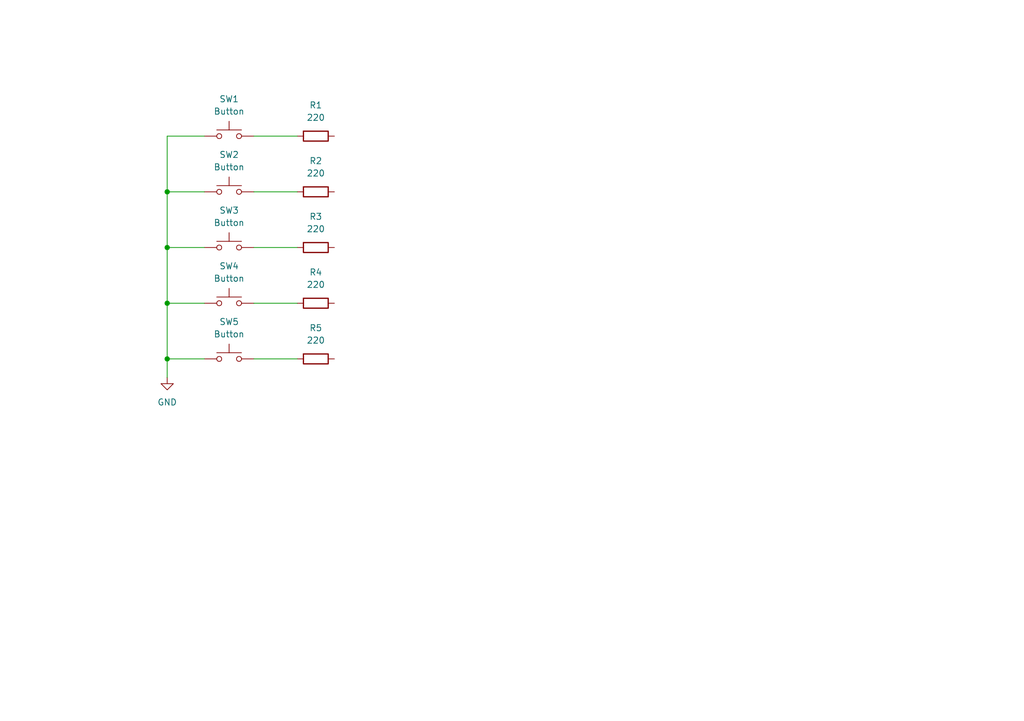
<source format=kicad_sch>
(kicad_sch (version 20231120) (generator "eeschema") (generator_version "8.0")
  (paper "A5")
  (title_block (title "Robot Smart Home Controller Mainboard") (date "2024-11-22") (rev "0.1.0") (company "Hybrid Robotix"))
  (lib_symbols
    (symbol "Device:R" (pin_numbers hide) (pin_names (offset 0))
      (property "Reference" "R" (at 2.032 0 90))
      (property "Value" "R" (at 0 0 90))
      (symbol "R_0_1"
        (rectangle (start -1.016 -2.54) (end 1.016 2.54) (stroke (width 0.254)))
      )
      (symbol "R_1_1"
        (pin passive line (at 0 3.81 270) (length 1.27) (name "~") (number "1"))
        (pin passive line (at 0 -3.81 90) (length 1.27) (name "~") (number "2"))
      )
    )
    (symbol "Switch:SW_Push" (pin_numbers hide) (pin_names (offset 1.016) hide)
      (property "Reference" "SW" (at 1.27 2.54 0))
      (property "Value" "SW_Push" (at 0 -1.524 0))
      (symbol "SW_Push_0_1"
        (circle (center -2.032 0) (radius 0.508))
        (polyline (pts (xy 0 1.27) (xy 0 3.048)))
        (polyline (pts (xy 2.54 1.27) (xy -2.54 1.27)))
        (circle (center 2.032 0) (radius 0.508))
        (pin passive line (at -5.08 0 0) (length 2.54) (name "1") (number "1"))
        (pin passive line (at 5.08 0 180) (length 2.54) (name "2") (number "2"))
      )
    )
    (symbol "power:+3.3V" (power) (pin_numbers hide) (pin_names (offset 0) hide)
      (property "Value" "+3.3V" (at 0 3.556 0))
      (symbol "+3.3V_0_1"
        (polyline (pts (xy -0.762 1.27) (xy 0 2.54)))
        (polyline (pts (xy 0 0) (xy 0 2.54)))
        (polyline (pts (xy 0 2.54) (xy 0.762 1.27)))
      )
      (symbol "+3.3V_1_1"
        (pin power_in line (at 0 0 90) (length 0) (name "~") (number "1"))
      )
    )
    (symbol "power:GND" (power) (pin_numbers hide) (pin_names (offset 0) hide)
      (property "Value" "GND" (at 0 -3.81 0))
      (symbol "GND_0_1"
        (polyline (pts (xy 0 0) (xy 0 -1.27) (xy 1.27 -1.27) (xy 0 -2.54) (xy -1.27 -1.27) (xy 0 -1.27)))
      )
      (symbol "GND_1_1"
        (pin power_in line (at 0 0 270) (length 0) (name "~") (number "1"))
      )
    )
  )
  (junction (at 34.29 62.23))
  (junction (at 34.29 50.8))
  (junction (at 34.29 39.37))
  (junction (at 34.29 73.66))
  (wire (pts (xy 52.07 27.94) (xy 60.96 27.94)))
  (wire (pts (xy 34.29 62.23) (xy 41.91 62.23)))
  (wire (pts (xy 34.29 50.8) (xy 41.91 50.8)))
  (wire (pts (xy 34.29 50.8) (xy 34.29 62.23)))
  (wire (pts (xy 34.29 39.37) (xy 41.91 39.37)))
  (wire (pts (xy 34.29 73.66) (xy 41.91 73.66)))
  (wire (pts (xy 52.07 50.8) (xy 60.96 50.8)))
  (wire (pts (xy 34.29 73.66) (xy 34.29 77.47)))
  (wire (pts (xy 41.91 27.94) (xy 34.29 27.94)))
  (wire (pts (xy 34.29 27.94) (xy 34.29 39.37)))
  (wire (pts (xy 34.29 62.23) (xy 34.29 73.66)))
  (wire (pts (xy 52.07 73.66) (xy 60.96 73.66)))
  (wire (pts (xy 34.29 39.37) (xy 34.29 50.8)))
  (wire (pts (xy 52.07 62.23) (xy 60.96 62.23)))
  (wire (pts (xy 52.07 39.37) (xy 60.96 39.37)))
  (symbol (lib_id "Switch:SW_Push") (at 46.99 50.8 0) (unit 1)
    (property "Reference" "SW3" (at 46.99 43.18 0))
    (property "Value" "Button" (at 46.99 45.72 0))
    (property "Description" "Push button switch, generic, two pins" (effects (hide yes)))
  )
  (symbol (lib_id "Switch:SW_Push") (at 46.99 73.66 0) (unit 1)
    (property "Reference" "SW5" (at 46.99 66.04 0))
    (property "Value" "Button" (at 46.99 68.58 0))
    (property "Description" "Push button switch, generic, two pins" (effects (hide yes)))
  )
  (symbol (lib_id "Switch:SW_Push") (at 46.99 27.94 0) (unit 1)
    (property "Reference" "SW1" (at 46.99 20.32 0))
    (property "Value" "Button" (at 46.99 22.86 0))
    (property "Description" "Push button switch, generic, two pins" (effects (hide yes)))
  )
  (symbol (lib_id "power:+3.3V") (at 242.57 46.99 0) (unit 1)
    (property "Reference" "#PWR01" (effects (hide yes)))
    (property "Value" "+3.3V" (at 242.57 41.91 0))
    (property "Description" "Power symbol creates a global label with name \"+3.3V\"" (effects (hide yes)))
  )
  (symbol (lib_id "Device:R") (at 64.77 62.23 90) (unit 1)
    (property "Reference" "R4" (at 64.77 55.88 90))
    (property "Value" "220" (at 64.77 58.42 90))
    (property "Description" "Resistor" (effects (hide yes)))
  )
  (symbol (lib_id "Switch:SW_Push") (at 46.99 39.37 0) (unit 1)
    (property "Reference" "SW2" (at 46.99 31.75 0))
    (property "Value" "Button" (at 46.99 34.29 0))
    (property "Description" "Push button switch, generic, two pins" (effects (hide yes)))
  )
  (symbol (lib_id "Device:R") (at 64.77 39.37 90) (unit 1)
    (property "Reference" "R2" (at 64.77 33.02 90))
    (property "Value" "220" (at 64.77 35.56 90))
    (property "Description" "Resistor" (effects (hide yes)))
  )
  (symbol (lib_id "Device:R") (at 64.77 50.8 90) (unit 1)
    (property "Reference" "R3" (at 64.77 44.45 90))
    (property "Value" "220" (at 64.77 46.99 90))
    (property "Description" "Resistor" (effects (hide yes)))
  )
  (symbol (lib_id "Device:R") (at 64.77 73.66 90) (unit 1)
    (property "Reference" "R5" (at 64.77 67.31 90))
    (property "Value" "220" (at 64.77 69.85 90))
    (property "Description" "Resistor" (effects (hide yes)))
  )
  (symbol (lib_id "power:GND") (at 34.29 77.47 0) (unit 1)
    (property "Reference" "#PWR02" (effects (hide yes)))
    (property "Value" "GND" (at 34.29 82.55 0))
    (property "Description" "Power symbol creates a global label with name \"GND\" , ground" (effects (hide yes)))
  )
  (symbol (lib_id "Switch:SW_Push") (at 46.99 62.23 0) (unit 1)
    (property "Reference" "SW4" (at 46.99 54.61 0))
    (property "Value" "Button" (at 46.99 57.15 0))
    (property "Description" "Push button switch, generic, two pins" (effects (hide yes)))
  )
  (symbol (lib_id "Device:R") (at 64.77 27.94 90) (unit 1)
    (property "Reference" "R1" (at 64.77 21.59 90))
    (property "Value" "220" (at 64.77 24.13 90))
    (property "Description" "Resistor" (effects (hide yes)))
  )
)
</source>
